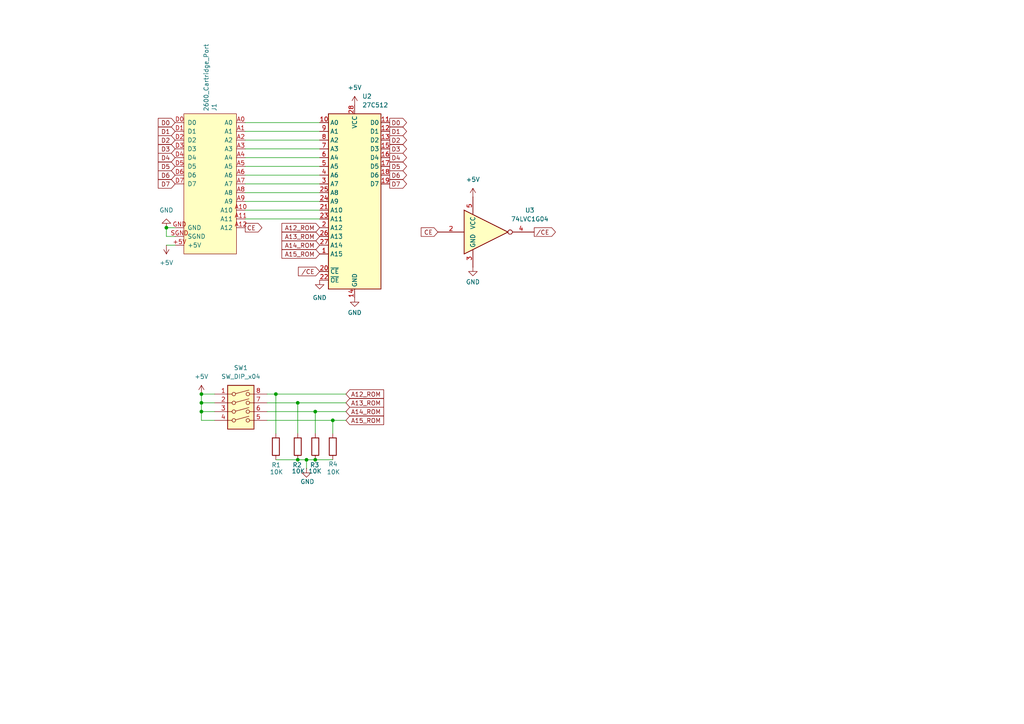
<source format=kicad_sch>
(kicad_sch
	(version 20231120)
	(generator "eeschema")
	(generator_version "8.0")
	(uuid "25f0a605-4494-42bd-9fea-48b062e7d0c8")
	(paper "A4")
	(title_block
		(title "Atari 2600 Muti Game")
		(date "2024-06-19")
		(rev "1.0")
		(company "RCC @ 2024")
	)
	(lib_symbols
		(symbol "74xGxx:74LVC1G04"
			(exclude_from_sim no)
			(in_bom yes)
			(on_board yes)
			(property "Reference" "U"
				(at 0 7.62 0)
				(effects
					(font
						(size 1.27 1.27)
					)
				)
			)
			(property "Value" "74LVC1G04"
				(at 5.08 -7.62 0)
				(effects
					(font
						(size 1.27 1.27)
					)
				)
			)
			(property "Footprint" ""
				(at 0 0 0)
				(effects
					(font
						(size 1.27 1.27)
					)
					(hide yes)
				)
			)
			(property "Datasheet" "https://www.ti.com/lit/ds/symlink/sn74lvc1g04.pdf"
				(at 0 0 0)
				(effects
					(font
						(size 1.27 1.27)
					)
					(hide yes)
				)
			)
			(property "Description" "Single NOT Gate, Low-Voltage CMOS"
				(at 0 0 0)
				(effects
					(font
						(size 1.27 1.27)
					)
					(hide yes)
				)
			)
			(property "ki_keywords" "Single Gate NOT LVC CMOS"
				(at 0 0 0)
				(effects
					(font
						(size 1.27 1.27)
					)
					(hide yes)
				)
			)
			(property "ki_fp_filters" "SOT?23* Texas?R-PDSO-G5?DCK* Texas?R-PDSO-N5?DRL* Texas?X2SON*0.8x0.8mm*P0.48mm*"
				(at 0 0 0)
				(effects
					(font
						(size 1.27 1.27)
					)
					(hide yes)
				)
			)
			(symbol "74LVC1G04_0_1"
				(polyline
					(pts
						(xy -7.62 6.35) (xy -7.62 -6.35) (xy 5.08 0) (xy -7.62 6.35)
					)
					(stroke
						(width 0.254)
						(type default)
					)
					(fill
						(type background)
					)
				)
			)
			(symbol "74LVC1G04_1_1"
				(pin input line
					(at -15.24 0 0)
					(length 7.62)
					(name "~"
						(effects
							(font
								(size 1.27 1.27)
							)
						)
					)
					(number "2"
						(effects
							(font
								(size 1.27 1.27)
							)
						)
					)
				)
				(pin power_in line
					(at -5.08 -10.16 90)
					(length 5.08)
					(name "GND"
						(effects
							(font
								(size 1.27 1.27)
							)
						)
					)
					(number "3"
						(effects
							(font
								(size 1.27 1.27)
							)
						)
					)
				)
				(pin output inverted
					(at 12.7 0 180)
					(length 7.62)
					(name "~"
						(effects
							(font
								(size 1.27 1.27)
							)
						)
					)
					(number "4"
						(effects
							(font
								(size 1.27 1.27)
							)
						)
					)
				)
				(pin power_in line
					(at -5.08 10.16 270)
					(length 5.08)
					(name "VCC"
						(effects
							(font
								(size 1.27 1.27)
							)
						)
					)
					(number "5"
						(effects
							(font
								(size 1.27 1.27)
							)
						)
					)
				)
			)
		)
		(symbol "Device:R"
			(pin_numbers hide)
			(pin_names
				(offset 0)
			)
			(exclude_from_sim no)
			(in_bom yes)
			(on_board yes)
			(property "Reference" "R"
				(at 2.032 0 90)
				(effects
					(font
						(size 1.27 1.27)
					)
				)
			)
			(property "Value" "R"
				(at 0 0 90)
				(effects
					(font
						(size 1.27 1.27)
					)
				)
			)
			(property "Footprint" ""
				(at -1.778 0 90)
				(effects
					(font
						(size 1.27 1.27)
					)
					(hide yes)
				)
			)
			(property "Datasheet" "~"
				(at 0 0 0)
				(effects
					(font
						(size 1.27 1.27)
					)
					(hide yes)
				)
			)
			(property "Description" "Resistor"
				(at 0 0 0)
				(effects
					(font
						(size 1.27 1.27)
					)
					(hide yes)
				)
			)
			(property "ki_keywords" "R res resistor"
				(at 0 0 0)
				(effects
					(font
						(size 1.27 1.27)
					)
					(hide yes)
				)
			)
			(property "ki_fp_filters" "R_*"
				(at 0 0 0)
				(effects
					(font
						(size 1.27 1.27)
					)
					(hide yes)
				)
			)
			(symbol "R_0_1"
				(rectangle
					(start -1.016 -2.54)
					(end 1.016 2.54)
					(stroke
						(width 0.254)
						(type default)
					)
					(fill
						(type none)
					)
				)
			)
			(symbol "R_1_1"
				(pin passive line
					(at 0 3.81 270)
					(length 1.27)
					(name "~"
						(effects
							(font
								(size 1.27 1.27)
							)
						)
					)
					(number "1"
						(effects
							(font
								(size 1.27 1.27)
							)
						)
					)
				)
				(pin passive line
					(at 0 -3.81 90)
					(length 1.27)
					(name "~"
						(effects
							(font
								(size 1.27 1.27)
							)
						)
					)
					(number "2"
						(effects
							(font
								(size 1.27 1.27)
							)
						)
					)
				)
			)
		)
		(symbol "Memory_EPROM:27C512"
			(exclude_from_sim no)
			(in_bom yes)
			(on_board yes)
			(property "Reference" "U"
				(at -7.62 26.67 0)
				(effects
					(font
						(size 1.27 1.27)
					)
				)
			)
			(property "Value" "27C512"
				(at 2.54 -26.67 0)
				(effects
					(font
						(size 1.27 1.27)
					)
					(justify left)
				)
			)
			(property "Footprint" "Package_DIP:DIP-28_W15.24mm"
				(at 0 0 0)
				(effects
					(font
						(size 1.27 1.27)
					)
					(hide yes)
				)
			)
			(property "Datasheet" "http://ww1.microchip.com/downloads/en/DeviceDoc/doc0015.pdf"
				(at 0 0 0)
				(effects
					(font
						(size 1.27 1.27)
					)
					(hide yes)
				)
			)
			(property "Description" "OTP EPROM 512 KiBit"
				(at 0 0 0)
				(effects
					(font
						(size 1.27 1.27)
					)
					(hide yes)
				)
			)
			(property "ki_keywords" "OTP EPROM 512KiBit"
				(at 0 0 0)
				(effects
					(font
						(size 1.27 1.27)
					)
					(hide yes)
				)
			)
			(property "ki_fp_filters" "DIP*W15.24mm*"
				(at 0 0 0)
				(effects
					(font
						(size 1.27 1.27)
					)
					(hide yes)
				)
			)
			(symbol "27C512_1_1"
				(rectangle
					(start -7.62 25.4)
					(end 7.62 -25.4)
					(stroke
						(width 0.254)
						(type default)
					)
					(fill
						(type background)
					)
				)
				(pin input line
					(at -10.16 -15.24 0)
					(length 2.54)
					(name "A15"
						(effects
							(font
								(size 1.27 1.27)
							)
						)
					)
					(number "1"
						(effects
							(font
								(size 1.27 1.27)
							)
						)
					)
				)
				(pin input line
					(at -10.16 22.86 0)
					(length 2.54)
					(name "A0"
						(effects
							(font
								(size 1.27 1.27)
							)
						)
					)
					(number "10"
						(effects
							(font
								(size 1.27 1.27)
							)
						)
					)
				)
				(pin tri_state line
					(at 10.16 22.86 180)
					(length 2.54)
					(name "D0"
						(effects
							(font
								(size 1.27 1.27)
							)
						)
					)
					(number "11"
						(effects
							(font
								(size 1.27 1.27)
							)
						)
					)
				)
				(pin tri_state line
					(at 10.16 20.32 180)
					(length 2.54)
					(name "D1"
						(effects
							(font
								(size 1.27 1.27)
							)
						)
					)
					(number "12"
						(effects
							(font
								(size 1.27 1.27)
							)
						)
					)
				)
				(pin tri_state line
					(at 10.16 17.78 180)
					(length 2.54)
					(name "D2"
						(effects
							(font
								(size 1.27 1.27)
							)
						)
					)
					(number "13"
						(effects
							(font
								(size 1.27 1.27)
							)
						)
					)
				)
				(pin power_in line
					(at 0 -27.94 90)
					(length 2.54)
					(name "GND"
						(effects
							(font
								(size 1.27 1.27)
							)
						)
					)
					(number "14"
						(effects
							(font
								(size 1.27 1.27)
							)
						)
					)
				)
				(pin tri_state line
					(at 10.16 15.24 180)
					(length 2.54)
					(name "D3"
						(effects
							(font
								(size 1.27 1.27)
							)
						)
					)
					(number "15"
						(effects
							(font
								(size 1.27 1.27)
							)
						)
					)
				)
				(pin tri_state line
					(at 10.16 12.7 180)
					(length 2.54)
					(name "D4"
						(effects
							(font
								(size 1.27 1.27)
							)
						)
					)
					(number "16"
						(effects
							(font
								(size 1.27 1.27)
							)
						)
					)
				)
				(pin tri_state line
					(at 10.16 10.16 180)
					(length 2.54)
					(name "D5"
						(effects
							(font
								(size 1.27 1.27)
							)
						)
					)
					(number "17"
						(effects
							(font
								(size 1.27 1.27)
							)
						)
					)
				)
				(pin tri_state line
					(at 10.16 7.62 180)
					(length 2.54)
					(name "D6"
						(effects
							(font
								(size 1.27 1.27)
							)
						)
					)
					(number "18"
						(effects
							(font
								(size 1.27 1.27)
							)
						)
					)
				)
				(pin tri_state line
					(at 10.16 5.08 180)
					(length 2.54)
					(name "D7"
						(effects
							(font
								(size 1.27 1.27)
							)
						)
					)
					(number "19"
						(effects
							(font
								(size 1.27 1.27)
							)
						)
					)
				)
				(pin input line
					(at -10.16 -7.62 0)
					(length 2.54)
					(name "A12"
						(effects
							(font
								(size 1.27 1.27)
							)
						)
					)
					(number "2"
						(effects
							(font
								(size 1.27 1.27)
							)
						)
					)
				)
				(pin input line
					(at -10.16 -20.32 0)
					(length 2.54)
					(name "~{CE}"
						(effects
							(font
								(size 1.27 1.27)
							)
						)
					)
					(number "20"
						(effects
							(font
								(size 1.27 1.27)
							)
						)
					)
				)
				(pin input line
					(at -10.16 -2.54 0)
					(length 2.54)
					(name "A10"
						(effects
							(font
								(size 1.27 1.27)
							)
						)
					)
					(number "21"
						(effects
							(font
								(size 1.27 1.27)
							)
						)
					)
				)
				(pin input line
					(at -10.16 -22.86 0)
					(length 2.54)
					(name "~{OE}"
						(effects
							(font
								(size 1.27 1.27)
							)
						)
					)
					(number "22"
						(effects
							(font
								(size 1.27 1.27)
							)
						)
					)
				)
				(pin input line
					(at -10.16 -5.08 0)
					(length 2.54)
					(name "A11"
						(effects
							(font
								(size 1.27 1.27)
							)
						)
					)
					(number "23"
						(effects
							(font
								(size 1.27 1.27)
							)
						)
					)
				)
				(pin input line
					(at -10.16 0 0)
					(length 2.54)
					(name "A9"
						(effects
							(font
								(size 1.27 1.27)
							)
						)
					)
					(number "24"
						(effects
							(font
								(size 1.27 1.27)
							)
						)
					)
				)
				(pin input line
					(at -10.16 2.54 0)
					(length 2.54)
					(name "A8"
						(effects
							(font
								(size 1.27 1.27)
							)
						)
					)
					(number "25"
						(effects
							(font
								(size 1.27 1.27)
							)
						)
					)
				)
				(pin input line
					(at -10.16 -10.16 0)
					(length 2.54)
					(name "A13"
						(effects
							(font
								(size 1.27 1.27)
							)
						)
					)
					(number "26"
						(effects
							(font
								(size 1.27 1.27)
							)
						)
					)
				)
				(pin input line
					(at -10.16 -12.7 0)
					(length 2.54)
					(name "A14"
						(effects
							(font
								(size 1.27 1.27)
							)
						)
					)
					(number "27"
						(effects
							(font
								(size 1.27 1.27)
							)
						)
					)
				)
				(pin power_in line
					(at 0 27.94 270)
					(length 2.54)
					(name "VCC"
						(effects
							(font
								(size 1.27 1.27)
							)
						)
					)
					(number "28"
						(effects
							(font
								(size 1.27 1.27)
							)
						)
					)
				)
				(pin input line
					(at -10.16 5.08 0)
					(length 2.54)
					(name "A7"
						(effects
							(font
								(size 1.27 1.27)
							)
						)
					)
					(number "3"
						(effects
							(font
								(size 1.27 1.27)
							)
						)
					)
				)
				(pin input line
					(at -10.16 7.62 0)
					(length 2.54)
					(name "A6"
						(effects
							(font
								(size 1.27 1.27)
							)
						)
					)
					(number "4"
						(effects
							(font
								(size 1.27 1.27)
							)
						)
					)
				)
				(pin input line
					(at -10.16 10.16 0)
					(length 2.54)
					(name "A5"
						(effects
							(font
								(size 1.27 1.27)
							)
						)
					)
					(number "5"
						(effects
							(font
								(size 1.27 1.27)
							)
						)
					)
				)
				(pin input line
					(at -10.16 12.7 0)
					(length 2.54)
					(name "A4"
						(effects
							(font
								(size 1.27 1.27)
							)
						)
					)
					(number "6"
						(effects
							(font
								(size 1.27 1.27)
							)
						)
					)
				)
				(pin input line
					(at -10.16 15.24 0)
					(length 2.54)
					(name "A3"
						(effects
							(font
								(size 1.27 1.27)
							)
						)
					)
					(number "7"
						(effects
							(font
								(size 1.27 1.27)
							)
						)
					)
				)
				(pin input line
					(at -10.16 17.78 0)
					(length 2.54)
					(name "A2"
						(effects
							(font
								(size 1.27 1.27)
							)
						)
					)
					(number "8"
						(effects
							(font
								(size 1.27 1.27)
							)
						)
					)
				)
				(pin input line
					(at -10.16 20.32 0)
					(length 2.54)
					(name "A1"
						(effects
							(font
								(size 1.27 1.27)
							)
						)
					)
					(number "9"
						(effects
							(font
								(size 1.27 1.27)
							)
						)
					)
				)
			)
		)
		(symbol "Switch:SW_DIP_x04"
			(pin_names
				(offset 0) hide)
			(exclude_from_sim no)
			(in_bom yes)
			(on_board yes)
			(property "Reference" "SW"
				(at 0 8.89 0)
				(effects
					(font
						(size 1.27 1.27)
					)
				)
			)
			(property "Value" "SW_DIP_x04"
				(at 0 -6.35 0)
				(effects
					(font
						(size 1.27 1.27)
					)
				)
			)
			(property "Footprint" ""
				(at 0 0 0)
				(effects
					(font
						(size 1.27 1.27)
					)
					(hide yes)
				)
			)
			(property "Datasheet" "~"
				(at 0 0 0)
				(effects
					(font
						(size 1.27 1.27)
					)
					(hide yes)
				)
			)
			(property "Description" "4x DIP Switch, Single Pole Single Throw (SPST) switch, small symbol"
				(at 0 0 0)
				(effects
					(font
						(size 1.27 1.27)
					)
					(hide yes)
				)
			)
			(property "ki_keywords" "dip switch"
				(at 0 0 0)
				(effects
					(font
						(size 1.27 1.27)
					)
					(hide yes)
				)
			)
			(property "ki_fp_filters" "SW?DIP?x4*"
				(at 0 0 0)
				(effects
					(font
						(size 1.27 1.27)
					)
					(hide yes)
				)
			)
			(symbol "SW_DIP_x04_0_0"
				(circle
					(center -2.032 -2.54)
					(radius 0.508)
					(stroke
						(width 0)
						(type default)
					)
					(fill
						(type none)
					)
				)
				(circle
					(center -2.032 0)
					(radius 0.508)
					(stroke
						(width 0)
						(type default)
					)
					(fill
						(type none)
					)
				)
				(circle
					(center -2.032 2.54)
					(radius 0.508)
					(stroke
						(width 0)
						(type default)
					)
					(fill
						(type none)
					)
				)
				(circle
					(center -2.032 5.08)
					(radius 0.508)
					(stroke
						(width 0)
						(type default)
					)
					(fill
						(type none)
					)
				)
				(polyline
					(pts
						(xy -1.524 -2.3876) (xy 2.3622 -1.3462)
					)
					(stroke
						(width 0)
						(type default)
					)
					(fill
						(type none)
					)
				)
				(polyline
					(pts
						(xy -1.524 0.127) (xy 2.3622 1.1684)
					)
					(stroke
						(width 0)
						(type default)
					)
					(fill
						(type none)
					)
				)
				(polyline
					(pts
						(xy -1.524 2.667) (xy 2.3622 3.7084)
					)
					(stroke
						(width 0)
						(type default)
					)
					(fill
						(type none)
					)
				)
				(polyline
					(pts
						(xy -1.524 5.207) (xy 2.3622 6.2484)
					)
					(stroke
						(width 0)
						(type default)
					)
					(fill
						(type none)
					)
				)
				(circle
					(center 2.032 -2.54)
					(radius 0.508)
					(stroke
						(width 0)
						(type default)
					)
					(fill
						(type none)
					)
				)
				(circle
					(center 2.032 0)
					(radius 0.508)
					(stroke
						(width 0)
						(type default)
					)
					(fill
						(type none)
					)
				)
				(circle
					(center 2.032 2.54)
					(radius 0.508)
					(stroke
						(width 0)
						(type default)
					)
					(fill
						(type none)
					)
				)
				(circle
					(center 2.032 5.08)
					(radius 0.508)
					(stroke
						(width 0)
						(type default)
					)
					(fill
						(type none)
					)
				)
			)
			(symbol "SW_DIP_x04_0_1"
				(rectangle
					(start -3.81 7.62)
					(end 3.81 -5.08)
					(stroke
						(width 0.254)
						(type default)
					)
					(fill
						(type background)
					)
				)
			)
			(symbol "SW_DIP_x04_1_1"
				(pin passive line
					(at -7.62 5.08 0)
					(length 5.08)
					(name "~"
						(effects
							(font
								(size 1.27 1.27)
							)
						)
					)
					(number "1"
						(effects
							(font
								(size 1.27 1.27)
							)
						)
					)
				)
				(pin passive line
					(at -7.62 2.54 0)
					(length 5.08)
					(name "~"
						(effects
							(font
								(size 1.27 1.27)
							)
						)
					)
					(number "2"
						(effects
							(font
								(size 1.27 1.27)
							)
						)
					)
				)
				(pin passive line
					(at -7.62 0 0)
					(length 5.08)
					(name "~"
						(effects
							(font
								(size 1.27 1.27)
							)
						)
					)
					(number "3"
						(effects
							(font
								(size 1.27 1.27)
							)
						)
					)
				)
				(pin passive line
					(at -7.62 -2.54 0)
					(length 5.08)
					(name "~"
						(effects
							(font
								(size 1.27 1.27)
							)
						)
					)
					(number "4"
						(effects
							(font
								(size 1.27 1.27)
							)
						)
					)
				)
				(pin passive line
					(at 7.62 -2.54 180)
					(length 5.08)
					(name "~"
						(effects
							(font
								(size 1.27 1.27)
							)
						)
					)
					(number "5"
						(effects
							(font
								(size 1.27 1.27)
							)
						)
					)
				)
				(pin passive line
					(at 7.62 0 180)
					(length 5.08)
					(name "~"
						(effects
							(font
								(size 1.27 1.27)
							)
						)
					)
					(number "6"
						(effects
							(font
								(size 1.27 1.27)
							)
						)
					)
				)
				(pin passive line
					(at 7.62 2.54 180)
					(length 5.08)
					(name "~"
						(effects
							(font
								(size 1.27 1.27)
							)
						)
					)
					(number "7"
						(effects
							(font
								(size 1.27 1.27)
							)
						)
					)
				)
				(pin passive line
					(at 7.62 5.08 180)
					(length 5.08)
					(name "~"
						(effects
							(font
								(size 1.27 1.27)
							)
						)
					)
					(number "8"
						(effects
							(font
								(size 1.27 1.27)
							)
						)
					)
				)
			)
		)
		(symbol "a2k6-cart-rescue:2600_Cartridge_Port-Atari"
			(pin_names
				(offset 1.016)
			)
			(exclude_from_sim no)
			(in_bom yes)
			(on_board yes)
			(property "Reference" "J"
				(at 21.59 2.54 0)
				(effects
					(font
						(size 1.27 1.27)
					)
				)
			)
			(property "Value" "Atari_2600_Cartridge_Port"
				(at 30.48 0 0)
				(effects
					(font
						(size 1.27 1.27)
					)
				)
			)
			(property "Footprint" ""
				(at -5.08 -1.27 0)
				(effects
					(font
						(size 1.27 1.27)
					)
					(hide yes)
				)
			)
			(property "Datasheet" ""
				(at -5.08 -1.27 0)
				(effects
					(font
						(size 1.27 1.27)
					)
					(hide yes)
				)
			)
			(property "Description" ""
				(at 0 0 0)
				(effects
					(font
						(size 1.27 1.27)
					)
					(hide yes)
				)
			)
			(symbol "2600_Cartridge_Port-Atari_0_1"
				(rectangle
					(start -20.32 7.62)
					(end 20.32 -7.62)
					(stroke
						(width 0)
						(type solid)
					)
					(fill
						(type background)
					)
				)
			)
			(symbol "2600_Cartridge_Port-Atari_1_0"
				(pin power_out line
					(at 17.78 10.16 270)
					(length 2.54)
					(name "+5V"
						(effects
							(font
								(size 1.27 1.27)
							)
						)
					)
					(number "+5V"
						(effects
							(font
								(size 1.27 1.27)
							)
						)
					)
				)
			)
			(symbol "2600_Cartridge_Port-Atari_1_1"
				(pin output line
					(at -17.78 -10.16 90)
					(length 2.54)
					(name "A0"
						(effects
							(font
								(size 1.27 1.27)
							)
						)
					)
					(number "A0"
						(effects
							(font
								(size 1.27 1.27)
							)
						)
					)
				)
				(pin output line
					(at -15.24 -10.16 90)
					(length 2.54)
					(name "A1"
						(effects
							(font
								(size 1.27 1.27)
							)
						)
					)
					(number "A1"
						(effects
							(font
								(size 1.27 1.27)
							)
						)
					)
				)
				(pin output line
					(at 7.62 -10.16 90)
					(length 2.54)
					(name "A10"
						(effects
							(font
								(size 1.27 1.27)
							)
						)
					)
					(number "A10"
						(effects
							(font
								(size 1.27 1.27)
							)
						)
					)
				)
				(pin output line
					(at 10.16 -10.16 90)
					(length 2.54)
					(name "A11"
						(effects
							(font
								(size 1.27 1.27)
							)
						)
					)
					(number "A11"
						(effects
							(font
								(size 1.27 1.27)
							)
						)
					)
				)
				(pin output line
					(at 12.7 -10.16 90)
					(length 2.54)
					(name "A12"
						(effects
							(font
								(size 1.27 1.27)
							)
						)
					)
					(number "A12"
						(effects
							(font
								(size 1.27 1.27)
							)
						)
					)
				)
				(pin output line
					(at -12.7 -10.16 90)
					(length 2.54)
					(name "A2"
						(effects
							(font
								(size 1.27 1.27)
							)
						)
					)
					(number "A2"
						(effects
							(font
								(size 1.27 1.27)
							)
						)
					)
				)
				(pin output line
					(at -10.16 -10.16 90)
					(length 2.54)
					(name "A3"
						(effects
							(font
								(size 1.27 1.27)
							)
						)
					)
					(number "A3"
						(effects
							(font
								(size 1.27 1.27)
							)
						)
					)
				)
				(pin output line
					(at -7.62 -10.16 90)
					(length 2.54)
					(name "A4"
						(effects
							(font
								(size 1.27 1.27)
							)
						)
					)
					(number "A4"
						(effects
							(font
								(size 1.27 1.27)
							)
						)
					)
				)
				(pin output line
					(at -5.08 -10.16 90)
					(length 2.54)
					(name "A5"
						(effects
							(font
								(size 1.27 1.27)
							)
						)
					)
					(number "A5"
						(effects
							(font
								(size 1.27 1.27)
							)
						)
					)
				)
				(pin output line
					(at -2.54 -10.16 90)
					(length 2.54)
					(name "A6"
						(effects
							(font
								(size 1.27 1.27)
							)
						)
					)
					(number "A6"
						(effects
							(font
								(size 1.27 1.27)
							)
						)
					)
				)
				(pin output line
					(at 0 -10.16 90)
					(length 2.54)
					(name "A7"
						(effects
							(font
								(size 1.27 1.27)
							)
						)
					)
					(number "A7"
						(effects
							(font
								(size 1.27 1.27)
							)
						)
					)
				)
				(pin output line
					(at 2.54 -10.16 90)
					(length 2.54)
					(name "A8"
						(effects
							(font
								(size 1.27 1.27)
							)
						)
					)
					(number "A8"
						(effects
							(font
								(size 1.27 1.27)
							)
						)
					)
				)
				(pin output line
					(at 5.08 -10.16 90)
					(length 2.54)
					(name "A9"
						(effects
							(font
								(size 1.27 1.27)
							)
						)
					)
					(number "A9"
						(effects
							(font
								(size 1.27 1.27)
							)
						)
					)
				)
				(pin input line
					(at -17.78 10.16 270)
					(length 2.54)
					(name "D0"
						(effects
							(font
								(size 1.27 1.27)
							)
						)
					)
					(number "D0"
						(effects
							(font
								(size 1.27 1.27)
							)
						)
					)
				)
				(pin input line
					(at -15.24 10.16 270)
					(length 2.54)
					(name "D1"
						(effects
							(font
								(size 1.27 1.27)
							)
						)
					)
					(number "D1"
						(effects
							(font
								(size 1.27 1.27)
							)
						)
					)
				)
				(pin input line
					(at -12.7 10.16 270)
					(length 2.54)
					(name "D2"
						(effects
							(font
								(size 1.27 1.27)
							)
						)
					)
					(number "D2"
						(effects
							(font
								(size 1.27 1.27)
							)
						)
					)
				)
				(pin input line
					(at -10.16 10.16 270)
					(length 2.54)
					(name "D3"
						(effects
							(font
								(size 1.27 1.27)
							)
						)
					)
					(number "D3"
						(effects
							(font
								(size 1.27 1.27)
							)
						)
					)
				)
				(pin input line
					(at -7.62 10.16 270)
					(length 2.54)
					(name "D4"
						(effects
							(font
								(size 1.27 1.27)
							)
						)
					)
					(number "D4"
						(effects
							(font
								(size 1.27 1.27)
							)
						)
					)
				)
				(pin input line
					(at -5.08 10.16 270)
					(length 2.54)
					(name "D5"
						(effects
							(font
								(size 1.27 1.27)
							)
						)
					)
					(number "D5"
						(effects
							(font
								(size 1.27 1.27)
							)
						)
					)
				)
				(pin input line
					(at -2.54 10.16 270)
					(length 2.54)
					(name "D6"
						(effects
							(font
								(size 1.27 1.27)
							)
						)
					)
					(number "D6"
						(effects
							(font
								(size 1.27 1.27)
							)
						)
					)
				)
				(pin input line
					(at 0 10.16 270)
					(length 2.54)
					(name "D7"
						(effects
							(font
								(size 1.27 1.27)
							)
						)
					)
					(number "D7"
						(effects
							(font
								(size 1.27 1.27)
							)
						)
					)
				)
				(pin power_in line
					(at 12.7 10.16 270)
					(length 2.54)
					(name "GND"
						(effects
							(font
								(size 1.27 1.27)
							)
						)
					)
					(number "GND"
						(effects
							(font
								(size 1.27 1.27)
							)
						)
					)
				)
				(pin power_in line
					(at 15.24 10.16 270)
					(length 2.54)
					(name "SGND"
						(effects
							(font
								(size 1.27 1.27)
							)
						)
					)
					(number "SGND"
						(effects
							(font
								(size 1.27 1.27)
							)
						)
					)
				)
			)
		)
		(symbol "power:+5V"
			(power)
			(pin_numbers hide)
			(pin_names
				(offset 0) hide)
			(exclude_from_sim no)
			(in_bom yes)
			(on_board yes)
			(property "Reference" "#PWR"
				(at 0 -3.81 0)
				(effects
					(font
						(size 1.27 1.27)
					)
					(hide yes)
				)
			)
			(property "Value" "+5V"
				(at 0 3.556 0)
				(effects
					(font
						(size 1.27 1.27)
					)
				)
			)
			(property "Footprint" ""
				(at 0 0 0)
				(effects
					(font
						(size 1.27 1.27)
					)
					(hide yes)
				)
			)
			(property "Datasheet" ""
				(at 0 0 0)
				(effects
					(font
						(size 1.27 1.27)
					)
					(hide yes)
				)
			)
			(property "Description" "Power symbol creates a global label with name \"+5V\""
				(at 0 0 0)
				(effects
					(font
						(size 1.27 1.27)
					)
					(hide yes)
				)
			)
			(property "ki_keywords" "global power"
				(at 0 0 0)
				(effects
					(font
						(size 1.27 1.27)
					)
					(hide yes)
				)
			)
			(symbol "+5V_0_1"
				(polyline
					(pts
						(xy -0.762 1.27) (xy 0 2.54)
					)
					(stroke
						(width 0)
						(type default)
					)
					(fill
						(type none)
					)
				)
				(polyline
					(pts
						(xy 0 0) (xy 0 2.54)
					)
					(stroke
						(width 0)
						(type default)
					)
					(fill
						(type none)
					)
				)
				(polyline
					(pts
						(xy 0 2.54) (xy 0.762 1.27)
					)
					(stroke
						(width 0)
						(type default)
					)
					(fill
						(type none)
					)
				)
			)
			(symbol "+5V_1_1"
				(pin power_in line
					(at 0 0 90)
					(length 0)
					(name "~"
						(effects
							(font
								(size 1.27 1.27)
							)
						)
					)
					(number "1"
						(effects
							(font
								(size 1.27 1.27)
							)
						)
					)
				)
			)
		)
		(symbol "power:GND"
			(power)
			(pin_numbers hide)
			(pin_names
				(offset 0) hide)
			(exclude_from_sim no)
			(in_bom yes)
			(on_board yes)
			(property "Reference" "#PWR"
				(at 0 -6.35 0)
				(effects
					(font
						(size 1.27 1.27)
					)
					(hide yes)
				)
			)
			(property "Value" "GND"
				(at 0 -3.81 0)
				(effects
					(font
						(size 1.27 1.27)
					)
				)
			)
			(property "Footprint" ""
				(at 0 0 0)
				(effects
					(font
						(size 1.27 1.27)
					)
					(hide yes)
				)
			)
			(property "Datasheet" ""
				(at 0 0 0)
				(effects
					(font
						(size 1.27 1.27)
					)
					(hide yes)
				)
			)
			(property "Description" "Power symbol creates a global label with name \"GND\" , ground"
				(at 0 0 0)
				(effects
					(font
						(size 1.27 1.27)
					)
					(hide yes)
				)
			)
			(property "ki_keywords" "global power"
				(at 0 0 0)
				(effects
					(font
						(size 1.27 1.27)
					)
					(hide yes)
				)
			)
			(symbol "GND_0_1"
				(polyline
					(pts
						(xy 0 0) (xy 0 -1.27) (xy 1.27 -1.27) (xy 0 -2.54) (xy -1.27 -1.27) (xy 0 -1.27)
					)
					(stroke
						(width 0)
						(type default)
					)
					(fill
						(type none)
					)
				)
			)
			(symbol "GND_1_1"
				(pin power_in line
					(at 0 0 270)
					(length 0)
					(name "~"
						(effects
							(font
								(size 1.27 1.27)
							)
						)
					)
					(number "1"
						(effects
							(font
								(size 1.27 1.27)
							)
						)
					)
				)
			)
		)
	)
	(junction
		(at 48.26 66.04)
		(diameter 0)
		(color 0 0 0 0)
		(uuid "005e3eaa-428f-4b64-a655-6b981b17e78b")
	)
	(junction
		(at 58.42 119.38)
		(diameter 0)
		(color 0 0 0 0)
		(uuid "0e6616d5-154d-4aa6-83a4-f339c09dca3a")
	)
	(junction
		(at 80.01 114.3)
		(diameter 0)
		(color 0 0 0 0)
		(uuid "1be4173e-d44f-4c01-b09b-f93869bb6018")
	)
	(junction
		(at 58.42 114.3)
		(diameter 0)
		(color 0 0 0 0)
		(uuid "5c20d455-8719-48ed-9c15-4600a874ea34")
	)
	(junction
		(at 88.9 133.35)
		(diameter 0)
		(color 0 0 0 0)
		(uuid "aead2ed8-395a-47c3-8418-03dda07ac75c")
	)
	(junction
		(at 58.42 116.84)
		(diameter 0)
		(color 0 0 0 0)
		(uuid "afb12133-6414-4b65-8be5-3b9be6f3986f")
	)
	(junction
		(at 91.44 119.38)
		(diameter 0)
		(color 0 0 0 0)
		(uuid "b216131a-f1f7-48f6-ab68-99e5b96ed597")
	)
	(junction
		(at 86.36 133.35)
		(diameter 0)
		(color 0 0 0 0)
		(uuid "bc4d1bce-e701-47ce-8399-b9171d5bd3a6")
	)
	(junction
		(at 96.52 121.92)
		(diameter 0)
		(color 0 0 0 0)
		(uuid "bd235c46-1901-40cf-8c70-17dbb60a7331")
	)
	(junction
		(at 86.36 116.84)
		(diameter 0)
		(color 0 0 0 0)
		(uuid "d1d3a500-d235-49df-9936-e406899896f8")
	)
	(junction
		(at 91.44 133.35)
		(diameter 0)
		(color 0 0 0 0)
		(uuid "e7229c5d-e949-468f-97af-1e8331b3500d")
	)
	(no_connect
		(at 34.29 427.99)
		(uuid "2aa322d5-4009-494c-bb51-f62ba9b5ccf5")
	)
	(wire
		(pts
			(xy 91.44 133.35) (xy 96.52 133.35)
		)
		(stroke
			(width 0)
			(type default)
		)
		(uuid "026c56d1-8165-4f6a-ae5c-6b478b8bb77a")
	)
	(wire
		(pts
			(xy 58.42 114.3) (xy 62.23 114.3)
		)
		(stroke
			(width 0)
			(type default)
		)
		(uuid "0b64b11a-0c41-47b2-9bba-94a5a82def25")
	)
	(wire
		(pts
			(xy 71.12 35.56) (xy 92.71 35.56)
		)
		(stroke
			(width 0)
			(type default)
		)
		(uuid "1bb2bd0f-caf5-4ecb-bdc3-24f400d098b4")
	)
	(wire
		(pts
			(xy 86.36 116.84) (xy 86.36 125.73)
		)
		(stroke
			(width 0)
			(type default)
		)
		(uuid "1d365cc7-e64d-482f-9e88-4a1ed712b484")
	)
	(wire
		(pts
			(xy 86.36 116.84) (xy 100.33 116.84)
		)
		(stroke
			(width 0)
			(type default)
		)
		(uuid "1da7af62-3022-486e-823a-74539ccc5eb1")
	)
	(wire
		(pts
			(xy 80.01 133.35) (xy 86.36 133.35)
		)
		(stroke
			(width 0)
			(type default)
		)
		(uuid "2587fbec-73b0-465c-a460-4e4de01b62c2")
	)
	(wire
		(pts
			(xy 58.42 116.84) (xy 58.42 114.3)
		)
		(stroke
			(width 0)
			(type default)
		)
		(uuid "2cc1300f-9b08-4d73-a630-cfb36a80b38d")
	)
	(wire
		(pts
			(xy 48.26 66.04) (xy 50.8 66.04)
		)
		(stroke
			(width 0)
			(type default)
		)
		(uuid "30901f70-8827-43db-8eea-ad77cd4e4d08")
	)
	(wire
		(pts
			(xy 86.36 133.35) (xy 88.9 133.35)
		)
		(stroke
			(width 0)
			(type default)
		)
		(uuid "38ef25a0-e4b0-4dac-9c3e-4e54edc8897e")
	)
	(wire
		(pts
			(xy 71.12 63.5) (xy 92.71 63.5)
		)
		(stroke
			(width 0)
			(type default)
		)
		(uuid "39f278a4-afc9-4ff4-aabd-2f2821c5bba8")
	)
	(wire
		(pts
			(xy 48.26 71.12) (xy 50.8 71.12)
		)
		(stroke
			(width 0)
			(type default)
		)
		(uuid "414568b6-8ae6-4a27-9443-cbffee00eba5")
	)
	(wire
		(pts
			(xy 71.12 53.34) (xy 92.71 53.34)
		)
		(stroke
			(width 0)
			(type default)
		)
		(uuid "45a5cd47-08ac-4fc4-bcab-7c3f859e75b0")
	)
	(wire
		(pts
			(xy 71.12 43.18) (xy 92.71 43.18)
		)
		(stroke
			(width 0)
			(type default)
		)
		(uuid "45f1cf01-60f2-4fc2-accb-68f33737a95c")
	)
	(wire
		(pts
			(xy 88.9 133.35) (xy 88.9 135.89)
		)
		(stroke
			(width 0)
			(type default)
		)
		(uuid "49f251bd-8c22-4ab2-9e09-bbbe731365e5")
	)
	(wire
		(pts
			(xy 71.12 48.26) (xy 92.71 48.26)
		)
		(stroke
			(width 0)
			(type default)
		)
		(uuid "536b2c03-285b-4799-9175-2cc41720fee6")
	)
	(wire
		(pts
			(xy 91.44 119.38) (xy 91.44 125.73)
		)
		(stroke
			(width 0)
			(type default)
		)
		(uuid "56c5f3e3-474a-4e1f-9b35-98ce93dc898f")
	)
	(wire
		(pts
			(xy 50.8 68.58) (xy 48.26 68.58)
		)
		(stroke
			(width 0)
			(type default)
		)
		(uuid "64537773-d45b-4d21-b995-3d800c7d6180")
	)
	(wire
		(pts
			(xy 48.26 68.58) (xy 48.26 66.04)
		)
		(stroke
			(width 0)
			(type default)
		)
		(uuid "64988626-a254-456a-b8aa-354379b99a5d")
	)
	(wire
		(pts
			(xy 77.47 114.3) (xy 80.01 114.3)
		)
		(stroke
			(width 0)
			(type default)
		)
		(uuid "67111011-a41b-4ffa-8b3e-f3a06b1e7127")
	)
	(wire
		(pts
			(xy 80.01 114.3) (xy 80.01 125.73)
		)
		(stroke
			(width 0)
			(type default)
		)
		(uuid "6e8dae77-0f73-45c4-ad77-00e1cd1958a4")
	)
	(wire
		(pts
			(xy 71.12 45.72) (xy 92.71 45.72)
		)
		(stroke
			(width 0)
			(type default)
		)
		(uuid "821a7352-c5a8-4ea3-b2f0-c313087ea913")
	)
	(wire
		(pts
			(xy 62.23 121.92) (xy 58.42 121.92)
		)
		(stroke
			(width 0)
			(type default)
		)
		(uuid "87a3d7f7-f34a-47f7-9866-48a4f9bbe685")
	)
	(wire
		(pts
			(xy 71.12 55.88) (xy 92.71 55.88)
		)
		(stroke
			(width 0)
			(type default)
		)
		(uuid "87f9d4d1-934d-4ce3-becf-319060ba2602")
	)
	(wire
		(pts
			(xy 96.52 121.92) (xy 100.33 121.92)
		)
		(stroke
			(width 0)
			(type default)
		)
		(uuid "8bff3cc7-076e-48a7-b7ae-3279a4a7909f")
	)
	(wire
		(pts
			(xy 77.47 121.92) (xy 96.52 121.92)
		)
		(stroke
			(width 0)
			(type default)
		)
		(uuid "8f45873a-afd3-4c3b-8649-18c581b1afb0")
	)
	(wire
		(pts
			(xy 71.12 38.1) (xy 92.71 38.1)
		)
		(stroke
			(width 0)
			(type default)
		)
		(uuid "9fa7b51e-8838-403f-957c-2302fe7b1607")
	)
	(wire
		(pts
			(xy 71.12 60.96) (xy 92.71 60.96)
		)
		(stroke
			(width 0)
			(type default)
		)
		(uuid "ae5dcd88-6788-428b-bf3f-50b9e3d631d5")
	)
	(wire
		(pts
			(xy 71.12 58.42) (xy 92.71 58.42)
		)
		(stroke
			(width 0)
			(type default)
		)
		(uuid "b0d016a1-2a9f-4b47-9c46-48d3ba42d7a9")
	)
	(wire
		(pts
			(xy 71.12 50.8) (xy 92.71 50.8)
		)
		(stroke
			(width 0)
			(type default)
		)
		(uuid "bb46758a-bcfe-4d85-83aa-da88c9992f76")
	)
	(wire
		(pts
			(xy 80.01 114.3) (xy 100.33 114.3)
		)
		(stroke
			(width 0)
			(type default)
		)
		(uuid "bed0a562-c553-4126-87b8-42642e704fa6")
	)
	(wire
		(pts
			(xy 91.44 119.38) (xy 100.33 119.38)
		)
		(stroke
			(width 0)
			(type default)
		)
		(uuid "c3ca0373-ce2e-4822-b578-9b7c1eb430e6")
	)
	(wire
		(pts
			(xy 58.42 121.92) (xy 58.42 119.38)
		)
		(stroke
			(width 0)
			(type default)
		)
		(uuid "d0dd1a2e-f8e1-4635-a4bb-7787e245e8bd")
	)
	(wire
		(pts
			(xy 71.12 40.64) (xy 92.71 40.64)
		)
		(stroke
			(width 0)
			(type default)
		)
		(uuid "d13bca34-86c8-4d0e-a606-3966fba8cc6b")
	)
	(wire
		(pts
			(xy 77.47 116.84) (xy 86.36 116.84)
		)
		(stroke
			(width 0)
			(type default)
		)
		(uuid "d1c425d5-14f3-4a65-971e-5ecd63947120")
	)
	(wire
		(pts
			(xy 62.23 116.84) (xy 58.42 116.84)
		)
		(stroke
			(width 0)
			(type default)
		)
		(uuid "e5ff8a37-9df6-4ada-804e-18604d34f305")
	)
	(wire
		(pts
			(xy 62.23 119.38) (xy 58.42 119.38)
		)
		(stroke
			(width 0)
			(type default)
		)
		(uuid "f41f73e8-28dc-4ac0-9d05-ecd25f8e5b28")
	)
	(wire
		(pts
			(xy 58.42 119.38) (xy 58.42 116.84)
		)
		(stroke
			(width 0)
			(type default)
		)
		(uuid "f9ba6fc2-cc2a-40da-9df2-fd0797348658")
	)
	(wire
		(pts
			(xy 77.47 119.38) (xy 91.44 119.38)
		)
		(stroke
			(width 0)
			(type default)
		)
		(uuid "fba85edf-5f70-48e7-8bad-996efe55c8dc")
	)
	(wire
		(pts
			(xy 96.52 121.92) (xy 96.52 125.73)
		)
		(stroke
			(width 0)
			(type default)
		)
		(uuid "ff03ccf5-1e64-46b3-916e-1798e9c3db25")
	)
	(wire
		(pts
			(xy 88.9 133.35) (xy 91.44 133.35)
		)
		(stroke
			(width 0)
			(type default)
		)
		(uuid "ff40f83a-4365-42da-bcdb-5afe01c60ee2")
	)
	(global_label "D3"
		(shape input)
		(at 50.8 43.18 180)
		(fields_autoplaced yes)
		(effects
			(font
				(size 1.27 1.27)
			)
			(justify right)
		)
		(uuid "01bb3493-eff8-4a02-8829-ca352e595ccc")
		(property "Intersheetrefs" "${INTERSHEET_REFS}"
			(at 45.3353 43.18 0)
			(effects
				(font
					(size 1.27 1.27)
				)
				(justify right)
				(hide yes)
			)
		)
	)
	(global_label "{slash}CE"
		(shape output)
		(at 154.94 67.31 0)
		(fields_autoplaced yes)
		(effects
			(font
				(size 1.27 1.27)
			)
			(justify left)
		)
		(uuid "11df8953-77a9-4c98-8fa0-d3f9927fc1e8")
		(property "Intersheetrefs" "${INTERSHEET_REFS}"
			(at 161.6747 67.31 0)
			(effects
				(font
					(size 1.27 1.27)
				)
				(justify left)
				(hide yes)
			)
		)
	)
	(global_label "CE"
		(shape input)
		(at 127 67.31 180)
		(fields_autoplaced yes)
		(effects
			(font
				(size 1.27 1.27)
			)
			(justify right)
		)
		(uuid "1ddbe90e-9681-4fbd-9161-5acabef16229")
		(property "Intersheetrefs" "${INTERSHEET_REFS}"
			(at 121.5958 67.31 0)
			(effects
				(font
					(size 1.27 1.27)
				)
				(justify right)
				(hide yes)
			)
		)
	)
	(global_label "D6"
		(shape input)
		(at 50.8 50.8 180)
		(fields_autoplaced yes)
		(effects
			(font
				(size 1.27 1.27)
			)
			(justify right)
		)
		(uuid "24e0bf6a-7b22-410e-88de-b71d26872f1b")
		(property "Intersheetrefs" "${INTERSHEET_REFS}"
			(at 45.3353 50.8 0)
			(effects
				(font
					(size 1.27 1.27)
				)
				(justify right)
				(hide yes)
			)
		)
	)
	(global_label "D2"
		(shape output)
		(at 113.03 40.64 0)
		(fields_autoplaced yes)
		(effects
			(font
				(size 1.27 1.27)
			)
			(justify left)
		)
		(uuid "280e7096-3af2-47f1-a164-dae8a0a775d3")
		(property "Intersheetrefs" "${INTERSHEET_REFS}"
			(at 118.4947 40.64 0)
			(effects
				(font
					(size 1.27 1.27)
				)
				(justify left)
				(hide yes)
			)
		)
	)
	(global_label "A14_ROM"
		(shape input)
		(at 92.71 71.12 180)
		(fields_autoplaced yes)
		(effects
			(font
				(size 1.27 1.27)
			)
			(justify right)
		)
		(uuid "38a6d1ee-ef21-4162-a761-52b59785e063")
		(property "Intersheetrefs" "${INTERSHEET_REFS}"
			(at 81.1977 71.12 0)
			(effects
				(font
					(size 1.27 1.27)
				)
				(justify right)
				(hide yes)
			)
		)
	)
	(global_label "CE"
		(shape output)
		(at 71.12 66.04 0)
		(fields_autoplaced yes)
		(effects
			(font
				(size 1.27 1.27)
			)
			(justify left)
		)
		(uuid "3c471c13-6b21-4dd7-9242-068beb4f3e7e")
		(property "Intersheetrefs" "${INTERSHEET_REFS}"
			(at 76.5242 66.04 0)
			(effects
				(font
					(size 1.27 1.27)
				)
				(justify left)
				(hide yes)
			)
		)
	)
	(global_label "A15_ROM"
		(shape input)
		(at 92.71 73.66 180)
		(fields_autoplaced yes)
		(effects
			(font
				(size 1.27 1.27)
			)
			(justify right)
		)
		(uuid "4b9ba7d2-93d5-412c-b50f-340be08cdb63")
		(property "Intersheetrefs" "${INTERSHEET_REFS}"
			(at 81.1977 73.66 0)
			(effects
				(font
					(size 1.27 1.27)
				)
				(justify right)
				(hide yes)
			)
		)
	)
	(global_label "D4"
		(shape output)
		(at 113.03 45.72 0)
		(fields_autoplaced yes)
		(effects
			(font
				(size 1.27 1.27)
			)
			(justify left)
		)
		(uuid "6ce4d9a4-b13b-462f-a1ba-c9d889566d84")
		(property "Intersheetrefs" "${INTERSHEET_REFS}"
			(at 118.4947 45.72 0)
			(effects
				(font
					(size 1.27 1.27)
				)
				(justify left)
				(hide yes)
			)
		)
	)
	(global_label "D5"
		(shape output)
		(at 113.03 48.26 0)
		(fields_autoplaced yes)
		(effects
			(font
				(size 1.27 1.27)
			)
			(justify left)
		)
		(uuid "7322e547-3f32-4724-857e-be0a3411e567")
		(property "Intersheetrefs" "${INTERSHEET_REFS}"
			(at 118.4947 48.26 0)
			(effects
				(font
					(size 1.27 1.27)
				)
				(justify left)
				(hide yes)
			)
		)
	)
	(global_label "D1"
		(shape output)
		(at 113.03 38.1 0)
		(fields_autoplaced yes)
		(effects
			(font
				(size 1.27 1.27)
			)
			(justify left)
		)
		(uuid "7a7ac1fc-b09d-4c07-ba4a-7c16c646261f")
		(property "Intersheetrefs" "${INTERSHEET_REFS}"
			(at 118.4947 38.1 0)
			(effects
				(font
					(size 1.27 1.27)
				)
				(justify left)
				(hide yes)
			)
		)
	)
	(global_label "D0"
		(shape input)
		(at 50.8 35.56 180)
		(fields_autoplaced yes)
		(effects
			(font
				(size 1.27 1.27)
			)
			(justify right)
		)
		(uuid "7c06011a-2cae-4503-abaa-e029c4507aff")
		(property "Intersheetrefs" "${INTERSHEET_REFS}"
			(at 45.3353 35.56 0)
			(effects
				(font
					(size 1.27 1.27)
				)
				(justify right)
				(hide yes)
			)
		)
	)
	(global_label "D7"
		(shape input)
		(at 50.8 53.34 180)
		(fields_autoplaced yes)
		(effects
			(font
				(size 1.27 1.27)
			)
			(justify right)
		)
		(uuid "872c283e-0c55-453f-a827-2d562a84cb15")
		(property "Intersheetrefs" "${INTERSHEET_REFS}"
			(at 45.3353 53.34 0)
			(effects
				(font
					(size 1.27 1.27)
				)
				(justify right)
				(hide yes)
			)
		)
	)
	(global_label "D5"
		(shape input)
		(at 50.8 48.26 180)
		(fields_autoplaced yes)
		(effects
			(font
				(size 1.27 1.27)
			)
			(justify right)
		)
		(uuid "8b4afb98-b4cf-41bd-9525-5bbc4d39437c")
		(property "Intersheetrefs" "${INTERSHEET_REFS}"
			(at 45.3353 48.26 0)
			(effects
				(font
					(size 1.27 1.27)
				)
				(justify right)
				(hide yes)
			)
		)
	)
	(global_label "A13_ROM"
		(shape input)
		(at 92.71 68.58 180)
		(fields_autoplaced yes)
		(effects
			(font
				(size 1.27 1.27)
			)
			(justify right)
		)
		(uuid "9775cc72-461c-4251-9d1a-03f4a74b4a1a")
		(property "Intersheetrefs" "${INTERSHEET_REFS}"
			(at 81.1977 68.58 0)
			(effects
				(font
					(size 1.27 1.27)
				)
				(justify right)
				(hide yes)
			)
		)
	)
	(global_label "{slash}CE"
		(shape input)
		(at 92.71 78.74 180)
		(fields_autoplaced yes)
		(effects
			(font
				(size 1.27 1.27)
			)
			(justify right)
		)
		(uuid "9eb91a29-d9ec-49c1-9129-c098a74206b4")
		(property "Intersheetrefs" "${INTERSHEET_REFS}"
			(at 85.9753 78.74 0)
			(effects
				(font
					(size 1.27 1.27)
				)
				(justify right)
				(hide yes)
			)
		)
	)
	(global_label "D0"
		(shape output)
		(at 113.03 35.56 0)
		(fields_autoplaced yes)
		(effects
			(font
				(size 1.27 1.27)
			)
			(justify left)
		)
		(uuid "aff31928-6fc2-4870-8354-9fdc369c114d")
		(property "Intersheetrefs" "${INTERSHEET_REFS}"
			(at 118.4947 35.56 0)
			(effects
				(font
					(size 1.27 1.27)
				)
				(justify left)
				(hide yes)
			)
		)
	)
	(global_label "A14_ROM"
		(shape input)
		(at 100.33 119.38 0)
		(fields_autoplaced yes)
		(effects
			(font
				(size 1.27 1.27)
			)
			(justify left)
		)
		(uuid "b5b56691-a7ce-4666-9c05-e78dded41a9a")
		(property "Intersheetrefs" "${INTERSHEET_REFS}"
			(at 111.8423 119.38 0)
			(effects
				(font
					(size 1.27 1.27)
				)
				(justify left)
				(hide yes)
			)
		)
	)
	(global_label "A12_ROM"
		(shape input)
		(at 92.71 66.04 180)
		(fields_autoplaced yes)
		(effects
			(font
				(size 1.27 1.27)
			)
			(justify right)
		)
		(uuid "bde07f5d-8730-42bc-bdbe-0bce0c8d8d98")
		(property "Intersheetrefs" "${INTERSHEET_REFS}"
			(at 81.1977 66.04 0)
			(effects
				(font
					(size 1.27 1.27)
				)
				(justify right)
				(hide yes)
			)
		)
	)
	(global_label "A13_ROM"
		(shape input)
		(at 100.33 116.84 0)
		(fields_autoplaced yes)
		(effects
			(font
				(size 1.27 1.27)
			)
			(justify left)
		)
		(uuid "be6b5580-b73b-4f1d-82d4-482a282cc5b0")
		(property "Intersheetrefs" "${INTERSHEET_REFS}"
			(at 111.8423 116.84 0)
			(effects
				(font
					(size 1.27 1.27)
				)
				(justify left)
				(hide yes)
			)
		)
	)
	(global_label "D2"
		(shape input)
		(at 50.8 40.64 180)
		(fields_autoplaced yes)
		(effects
			(font
				(size 1.27 1.27)
			)
			(justify right)
		)
		(uuid "c5879e0f-24bd-40b6-957d-4255ba19b110")
		(property "Intersheetrefs" "${INTERSHEET_REFS}"
			(at 45.3353 40.64 0)
			(effects
				(font
					(size 1.27 1.27)
				)
				(justify right)
				(hide yes)
			)
		)
	)
	(global_label "D3"
		(shape output)
		(at 113.03 43.18 0)
		(fields_autoplaced yes)
		(effects
			(font
				(size 1.27 1.27)
			)
			(justify left)
		)
		(uuid "c62344dd-6016-4222-8114-6aa399fc0efb")
		(property "Intersheetrefs" "${INTERSHEET_REFS}"
			(at 118.4947 43.18 0)
			(effects
				(font
					(size 1.27 1.27)
				)
				(justify left)
				(hide yes)
			)
		)
	)
	(global_label "D6"
		(shape output)
		(at 113.03 50.8 0)
		(fields_autoplaced yes)
		(effects
			(font
				(size 1.27 1.27)
			)
			(justify left)
		)
		(uuid "cc173ce6-569f-4ecc-93af-b452677c024f")
		(property "Intersheetrefs" "${INTERSHEET_REFS}"
			(at 118.4947 50.8 0)
			(effects
				(font
					(size 1.27 1.27)
				)
				(justify left)
				(hide yes)
			)
		)
	)
	(global_label "D4"
		(shape input)
		(at 50.8 45.72 180)
		(fields_autoplaced yes)
		(effects
			(font
				(size 1.27 1.27)
			)
			(justify right)
		)
		(uuid "cd284cc2-9850-45fc-93e2-549d6531f13e")
		(property "Intersheetrefs" "${INTERSHEET_REFS}"
			(at 45.3353 45.72 0)
			(effects
				(font
					(size 1.27 1.27)
				)
				(justify right)
				(hide yes)
			)
		)
	)
	(global_label "D7"
		(shape output)
		(at 113.03 53.34 0)
		(fields_autoplaced yes)
		(effects
			(font
				(size 1.27 1.27)
			)
			(justify left)
		)
		(uuid "cf7ec802-637b-473d-8047-608ac8038fb3")
		(property "Intersheetrefs" "${INTERSHEET_REFS}"
			(at 118.4947 53.34 0)
			(effects
				(font
					(size 1.27 1.27)
				)
				(justify left)
				(hide yes)
			)
		)
	)
	(global_label "A12_ROM"
		(shape input)
		(at 100.33 114.3 0)
		(fields_autoplaced yes)
		(effects
			(font
				(size 1.27 1.27)
			)
			(justify left)
		)
		(uuid "e1f0c9b0-e1d8-4e8c-acbb-f10927c89386")
		(property "Intersheetrefs" "${INTERSHEET_REFS}"
			(at 111.8423 114.3 0)
			(effects
				(font
					(size 1.27 1.27)
				)
				(justify left)
				(hide yes)
			)
		)
	)
	(global_label "D1"
		(shape input)
		(at 50.8 38.1 180)
		(fields_autoplaced yes)
		(effects
			(font
				(size 1.27 1.27)
			)
			(justify right)
		)
		(uuid "ef85f4f9-0295-4c99-8ec3-b840e32e2990")
		(property "Intersheetrefs" "${INTERSHEET_REFS}"
			(at 45.3353 38.1 0)
			(effects
				(font
					(size 1.27 1.27)
				)
				(justify right)
				(hide yes)
			)
		)
	)
	(global_label "A15_ROM"
		(shape input)
		(at 100.33 121.92 0)
		(fields_autoplaced yes)
		(effects
			(font
				(size 1.27 1.27)
			)
			(justify left)
		)
		(uuid "fedd2bb6-f85b-4149-941f-65d4627ba16d")
		(property "Intersheetrefs" "${INTERSHEET_REFS}"
			(at 111.8423 121.92 0)
			(effects
				(font
					(size 1.27 1.27)
				)
				(justify left)
				(hide yes)
			)
		)
	)
	(symbol
		(lib_id "power:GND")
		(at 88.9 135.89 0)
		(unit 1)
		(exclude_from_sim no)
		(in_bom yes)
		(on_board yes)
		(dnp no)
		(uuid "206f40af-10b3-4a60-a79d-4fa9b0ddc4d1")
		(property "Reference" "#PWR010"
			(at 88.9 142.24 0)
			(effects
				(font
					(size 1.27 1.27)
				)
				(hide yes)
			)
		)
		(property "Value" "GND"
			(at 89.154 139.7 0)
			(effects
				(font
					(size 1.27 1.27)
				)
			)
		)
		(property "Footprint" ""
			(at 88.9 135.89 0)
			(effects
				(font
					(size 1.27 1.27)
				)
				(hide yes)
			)
		)
		(property "Datasheet" ""
			(at 88.9 135.89 0)
			(effects
				(font
					(size 1.27 1.27)
				)
				(hide yes)
			)
		)
		(property "Description" "Power symbol creates a global label with name \"GND\" , ground"
			(at 88.9 135.89 0)
			(effects
				(font
					(size 1.27 1.27)
				)
				(hide yes)
			)
		)
		(pin "1"
			(uuid "ca406b6f-9ae1-4075-a9df-4333d86fa7be")
		)
		(instances
			(project "Atari2600MultiGame"
				(path "/25f0a605-4494-42bd-9fea-48b062e7d0c8"
					(reference "#PWR010")
					(unit 1)
				)
			)
		)
	)
	(symbol
		(lib_id "power:GND")
		(at 92.71 81.28 0)
		(unit 1)
		(exclude_from_sim no)
		(in_bom yes)
		(on_board yes)
		(dnp no)
		(fields_autoplaced yes)
		(uuid "2bb3f755-b772-4a6d-bd3a-f0f4f7cf6d04")
		(property "Reference" "#PWR05"
			(at 92.71 87.63 0)
			(effects
				(font
					(size 1.27 1.27)
				)
				(hide yes)
			)
		)
		(property "Value" "GND"
			(at 92.71 86.36 0)
			(effects
				(font
					(size 1.27 1.27)
				)
			)
		)
		(property "Footprint" ""
			(at 92.71 81.28 0)
			(effects
				(font
					(size 1.27 1.27)
				)
				(hide yes)
			)
		)
		(property "Datasheet" ""
			(at 92.71 81.28 0)
			(effects
				(font
					(size 1.27 1.27)
				)
				(hide yes)
			)
		)
		(property "Description" "Power symbol creates a global label with name \"GND\" , ground"
			(at 92.71 81.28 0)
			(effects
				(font
					(size 1.27 1.27)
				)
				(hide yes)
			)
		)
		(pin "1"
			(uuid "6e3bab97-4028-4d31-b844-ecbd6e2565e7")
		)
		(instances
			(project "Atari2600MultiGame"
				(path "/25f0a605-4494-42bd-9fea-48b062e7d0c8"
					(reference "#PWR05")
					(unit 1)
				)
			)
		)
	)
	(symbol
		(lib_id "power:GND")
		(at 137.16 77.47 0)
		(unit 1)
		(exclude_from_sim no)
		(in_bom yes)
		(on_board yes)
		(dnp no)
		(uuid "523e2eb7-a408-45e9-b7ed-88b180d3fdeb")
		(property "Reference" "#PWR04"
			(at 137.16 83.82 0)
			(effects
				(font
					(size 1.27 1.27)
				)
				(hide yes)
			)
		)
		(property "Value" "GND"
			(at 137.16 81.788 0)
			(effects
				(font
					(size 1.27 1.27)
				)
			)
		)
		(property "Footprint" ""
			(at 137.16 77.47 0)
			(effects
				(font
					(size 1.27 1.27)
				)
				(hide yes)
			)
		)
		(property "Datasheet" ""
			(at 137.16 77.47 0)
			(effects
				(font
					(size 1.27 1.27)
				)
				(hide yes)
			)
		)
		(property "Description" "Power symbol creates a global label with name \"GND\" , ground"
			(at 137.16 77.47 0)
			(effects
				(font
					(size 1.27 1.27)
				)
				(hide yes)
			)
		)
		(pin "1"
			(uuid "ff3c0505-d3b7-4ce9-96c2-5a3e9f5a250c")
		)
		(instances
			(project "Atari2600MultiGame"
				(path "/25f0a605-4494-42bd-9fea-48b062e7d0c8"
					(reference "#PWR04")
					(unit 1)
				)
			)
		)
	)
	(symbol
		(lib_id "Device:R")
		(at 96.52 129.54 180)
		(unit 1)
		(exclude_from_sim no)
		(in_bom yes)
		(on_board yes)
		(dnp no)
		(uuid "6f2d53bd-b9fa-47e9-a0d5-c7b89770c1bd")
		(property "Reference" "R4"
			(at 95.25 134.62 0)
			(effects
				(font
					(size 1.27 1.27)
				)
				(justify right)
			)
		)
		(property "Value" "10K"
			(at 94.742 136.906 0)
			(effects
				(font
					(size 1.27 1.27)
				)
				(justify right)
			)
		)
		(property "Footprint" "Resistor_THT:R_Axial_DIN0207_L6.3mm_D2.5mm_P7.62mm_Horizontal"
			(at 98.298 129.54 90)
			(effects
				(font
					(size 1.27 1.27)
				)
				(hide yes)
			)
		)
		(property "Datasheet" "~"
			(at 96.52 129.54 0)
			(effects
				(font
					(size 1.27 1.27)
				)
				(hide yes)
			)
		)
		(property "Description" "Resistor"
			(at 96.52 129.54 0)
			(effects
				(font
					(size 1.27 1.27)
				)
				(hide yes)
			)
		)
		(pin "1"
			(uuid "6b38427f-777e-488e-86ea-65e1bfadea3f")
		)
		(pin "2"
			(uuid "b84b613e-2571-4614-b890-cb4b69c4959d")
		)
		(instances
			(project "Atari2600MultiGame"
				(path "/25f0a605-4494-42bd-9fea-48b062e7d0c8"
					(reference "R4")
					(unit 1)
				)
			)
		)
	)
	(symbol
		(lib_id "power:+5V")
		(at 137.16 57.15 0)
		(mirror y)
		(unit 1)
		(exclude_from_sim no)
		(in_bom yes)
		(on_board yes)
		(dnp no)
		(fields_autoplaced yes)
		(uuid "78a7fbe1-4f60-4048-8fda-d274633fbeb7")
		(property "Reference" "#PWR03"
			(at 137.16 60.96 0)
			(effects
				(font
					(size 1.27 1.27)
				)
				(hide yes)
			)
		)
		(property "Value" "+5V"
			(at 137.16 52.07 0)
			(effects
				(font
					(size 1.27 1.27)
				)
			)
		)
		(property "Footprint" ""
			(at 137.16 57.15 0)
			(effects
				(font
					(size 1.27 1.27)
				)
				(hide yes)
			)
		)
		(property "Datasheet" ""
			(at 137.16 57.15 0)
			(effects
				(font
					(size 1.27 1.27)
				)
				(hide yes)
			)
		)
		(property "Description" "Power symbol creates a global label with name \"+5V\""
			(at 137.16 57.15 0)
			(effects
				(font
					(size 1.27 1.27)
				)
				(hide yes)
			)
		)
		(pin "1"
			(uuid "c83773b2-5e1d-4468-b355-dfb1ed665a93")
		)
		(instances
			(project "Atari2600MultiGame"
				(path "/25f0a605-4494-42bd-9fea-48b062e7d0c8"
					(reference "#PWR03")
					(unit 1)
				)
			)
		)
	)
	(symbol
		(lib_id "Switch:SW_DIP_x04")
		(at 69.85 119.38 0)
		(unit 1)
		(exclude_from_sim no)
		(in_bom yes)
		(on_board yes)
		(dnp no)
		(fields_autoplaced yes)
		(uuid "8d604646-5657-4dd3-97d9-bfcc927e3339")
		(property "Reference" "SW1"
			(at 69.85 106.68 0)
			(effects
				(font
					(size 1.27 1.27)
				)
			)
		)
		(property "Value" "SW_DIP_x04"
			(at 69.85 109.22 0)
			(effects
				(font
					(size 1.27 1.27)
				)
			)
		)
		(property "Footprint" "Roni_Footprints:SW_DIP_SPSTx04_Slide_6.7x11.72mm_W7.62mm_P2.54mm_LowProfile"
			(at 69.85 119.38 0)
			(effects
				(font
					(size 1.27 1.27)
				)
				(hide yes)
			)
		)
		(property "Datasheet" "~"
			(at 69.85 119.38 0)
			(effects
				(font
					(size 1.27 1.27)
				)
				(hide yes)
			)
		)
		(property "Description" "4x DIP Switch, Single Pole Single Throw (SPST) switch, small symbol"
			(at 69.85 119.38 0)
			(effects
				(font
					(size 1.27 1.27)
				)
				(hide yes)
			)
		)
		(pin "1"
			(uuid "3091eeff-e27f-4663-bf10-860794d35cb6")
		)
		(pin "2"
			(uuid "3cf01643-f4be-440b-a8d5-f7931412ff0d")
		)
		(pin "3"
			(uuid "490e4c1f-e49d-4eff-83c7-8eb77d10c9bb")
		)
		(pin "8"
			(uuid "7fe5360a-d481-4da0-82d5-1811e8577fe5")
		)
		(pin "4"
			(uuid "c43775fd-23d9-4e84-bd0e-6b1c6605eabb")
		)
		(pin "7"
			(uuid "bcdbd733-9f26-4fe0-bfe9-3fe3954d3613")
		)
		(pin "5"
			(uuid "cd1a41cd-ffa5-479c-8489-4e4812c285d1")
		)
		(pin "6"
			(uuid "ca5a3c9e-f5bf-402c-b1d5-00128115f2f8")
		)
		(instances
			(project "Atari2600MultiGame"
				(path "/25f0a605-4494-42bd-9fea-48b062e7d0c8"
					(reference "SW1")
					(unit 1)
				)
			)
		)
	)
	(symbol
		(lib_id "power:GND")
		(at 48.26 66.04 0)
		(mirror x)
		(unit 1)
		(exclude_from_sim no)
		(in_bom yes)
		(on_board yes)
		(dnp no)
		(fields_autoplaced yes)
		(uuid "90b50a02-5f31-4440-86fe-6092bfbd7ba4")
		(property "Reference" "#PWR01"
			(at 48.26 59.69 0)
			(effects
				(font
					(size 1.27 1.27)
				)
				(hide yes)
			)
		)
		(property "Value" "GND"
			(at 48.26 60.96 0)
			(effects
				(font
					(size 1.27 1.27)
				)
			)
		)
		(property "Footprint" ""
			(at 48.26 66.04 0)
			(effects
				(font
					(size 1.27 1.27)
				)
				(hide yes)
			)
		)
		(property "Datasheet" ""
			(at 48.26 66.04 0)
			(effects
				(font
					(size 1.27 1.27)
				)
				(hide yes)
			)
		)
		(property "Description" "Power symbol creates a global label with name \"GND\" , ground"
			(at 48.26 66.04 0)
			(effects
				(font
					(size 1.27 1.27)
				)
				(hide yes)
			)
		)
		(pin "1"
			(uuid "d75f8662-3199-4720-a4ad-bcdb4d9fe7b8")
		)
		(instances
			(project "Atari2600MultiGame"
				(path "/25f0a605-4494-42bd-9fea-48b062e7d0c8"
					(reference "#PWR01")
					(unit 1)
				)
			)
		)
	)
	(symbol
		(lib_id "power:+5V")
		(at 102.87 30.48 0)
		(unit 1)
		(exclude_from_sim no)
		(in_bom yes)
		(on_board yes)
		(dnp no)
		(fields_autoplaced yes)
		(uuid "928160aa-bac8-4462-80ee-0d2985ca176f")
		(property "Reference" "#PWR07"
			(at 102.87 34.29 0)
			(effects
				(font
					(size 1.27 1.27)
				)
				(hide yes)
			)
		)
		(property "Value" "+5V"
			(at 102.87 25.4 0)
			(effects
				(font
					(size 1.27 1.27)
				)
			)
		)
		(property "Footprint" ""
			(at 102.87 30.48 0)
			(effects
				(font
					(size 1.27 1.27)
				)
				(hide yes)
			)
		)
		(property "Datasheet" ""
			(at 102.87 30.48 0)
			(effects
				(font
					(size 1.27 1.27)
				)
				(hide yes)
			)
		)
		(property "Description" "Power symbol creates a global label with name \"+5V\""
			(at 102.87 30.48 0)
			(effects
				(font
					(size 1.27 1.27)
				)
				(hide yes)
			)
		)
		(pin "1"
			(uuid "9a3fef60-c58c-4b0a-94f1-8bf7db7b0e37")
		)
		(instances
			(project "Atari2600MultiGame"
				(path "/25f0a605-4494-42bd-9fea-48b062e7d0c8"
					(reference "#PWR07")
					(unit 1)
				)
			)
		)
	)
	(symbol
		(lib_id "power:+5V")
		(at 48.26 71.12 0)
		(mirror x)
		(unit 1)
		(exclude_from_sim no)
		(in_bom yes)
		(on_board yes)
		(dnp no)
		(fields_autoplaced yes)
		(uuid "ab945a1c-f92e-449f-b25e-00c05e4ef5f4")
		(property "Reference" "#PWR02"
			(at 48.26 67.31 0)
			(effects
				(font
					(size 1.27 1.27)
				)
				(hide yes)
			)
		)
		(property "Value" "+5V"
			(at 48.26 76.2 0)
			(effects
				(font
					(size 1.27 1.27)
				)
			)
		)
		(property "Footprint" ""
			(at 48.26 71.12 0)
			(effects
				(font
					(size 1.27 1.27)
				)
				(hide yes)
			)
		)
		(property "Datasheet" ""
			(at 48.26 71.12 0)
			(effects
				(font
					(size 1.27 1.27)
				)
				(hide yes)
			)
		)
		(property "Description" "Power symbol creates a global label with name \"+5V\""
			(at 48.26 71.12 0)
			(effects
				(font
					(size 1.27 1.27)
				)
				(hide yes)
			)
		)
		(pin "1"
			(uuid "a4e88325-dca6-4167-9d7c-73032fb3c27a")
		)
		(instances
			(project "Atari2600MultiGame"
				(path "/25f0a605-4494-42bd-9fea-48b062e7d0c8"
					(reference "#PWR02")
					(unit 1)
				)
			)
		)
	)
	(symbol
		(lib_id "74xGxx:74LVC1G04")
		(at 142.24 67.31 0)
		(unit 1)
		(exclude_from_sim no)
		(in_bom yes)
		(on_board yes)
		(dnp no)
		(fields_autoplaced yes)
		(uuid "be975503-aca8-4f13-b595-b8fdc3b2ac71")
		(property "Reference" "U3"
			(at 153.67 60.9914 0)
			(effects
				(font
					(size 1.27 1.27)
				)
			)
		)
		(property "Value" "74LVC1G04"
			(at 153.67 63.5314 0)
			(effects
				(font
					(size 1.27 1.27)
				)
			)
		)
		(property "Footprint" "Package_TO_SOT_SMD:SOT-23-5_HandSoldering"
			(at 142.24 67.31 0)
			(effects
				(font
					(size 1.27 1.27)
				)
				(hide yes)
			)
		)
		(property "Datasheet" "https://www.ti.com/lit/ds/symlink/sn74lvc1g04.pdf"
			(at 142.24 67.31 0)
			(effects
				(font
					(size 1.27 1.27)
				)
				(hide yes)
			)
		)
		(property "Description" "Single NOT Gate, Low-Voltage CMOS"
			(at 142.24 67.31 0)
			(effects
				(font
					(size 1.27 1.27)
				)
				(hide yes)
			)
		)
		(pin "5"
			(uuid "41c8dae2-9067-4e99-afed-c26db33d7873")
		)
		(pin "4"
			(uuid "528c4df0-70ec-43b2-b422-649b7a458ee6")
		)
		(pin "3"
			(uuid "8abc424b-4c4f-4cc7-83f9-fa64484e32b7")
		)
		(pin "2"
			(uuid "fb5a530e-cc84-4731-b6cf-6ffcdd6138c5")
		)
		(instances
			(project ""
				(path "/25f0a605-4494-42bd-9fea-48b062e7d0c8"
					(reference "U3")
					(unit 1)
				)
			)
		)
	)
	(symbol
		(lib_id "Memory_EPROM:27C512")
		(at 102.87 58.42 0)
		(unit 1)
		(exclude_from_sim no)
		(in_bom yes)
		(on_board yes)
		(dnp no)
		(fields_autoplaced yes)
		(uuid "c0f479ea-5ec3-42f1-a423-9f3eeebb7b0b")
		(property "Reference" "U2"
			(at 105.0641 27.94 0)
			(effects
				(font
					(size 1.27 1.27)
				)
				(justify left)
			)
		)
		(property "Value" "27C512"
			(at 105.0641 30.48 0)
			(effects
				(font
					(size 1.27 1.27)
				)
				(justify left)
			)
		)
		(property "Footprint" "Package_DIP:DIP-28_W15.24mm"
			(at 102.87 58.42 0)
			(effects
				(font
					(size 1.27 1.27)
				)
				(hide yes)
			)
		)
		(property "Datasheet" "http://ww1.microchip.com/downloads/en/DeviceDoc/doc0015.pdf"
			(at 102.87 58.42 0)
			(effects
				(font
					(size 1.27 1.27)
				)
				(hide yes)
			)
		)
		(property "Description" "OTP EPROM 512 KiBit"
			(at 102.87 58.42 0)
			(effects
				(font
					(size 1.27 1.27)
				)
				(hide yes)
			)
		)
		(pin "6"
			(uuid "5a21fd2a-5949-497d-8879-2b8b398a35ef")
		)
		(pin "13"
			(uuid "274a64d2-76d1-416c-adba-58f16fd0e7d7")
		)
		(pin "2"
			(uuid "3149e4ad-3797-4a87-a0e5-c7ddc069928b")
		)
		(pin "26"
			(uuid "d37507f2-cebe-4512-aa83-ef2b2466c086")
		)
		(pin "8"
			(uuid "150591b6-254c-4bcd-af2a-4f3392f36a7d")
		)
		(pin "20"
			(uuid "c024f69a-ca14-494b-97bb-dedaa7fb1d5a")
		)
		(pin "16"
			(uuid "977cf878-4edf-4921-840a-e492ed02d17e")
		)
		(pin "4"
			(uuid "4694d9ff-194f-41b3-9219-ed9418f68ec6")
		)
		(pin "15"
			(uuid "6c6a4e45-b9eb-48bc-9769-fdfe4f9cbe91")
		)
		(pin "9"
			(uuid "cfbd4c2a-12da-45ea-8487-9383b82a1c3d")
		)
		(pin "18"
			(uuid "14f922ac-2403-4359-a387-961700a115a3")
		)
		(pin "21"
			(uuid "6345be86-cab4-4e92-a3c6-1de916e97442")
		)
		(pin "10"
			(uuid "0922265a-393c-40a3-bfa9-88085a3b86bd")
		)
		(pin "25"
			(uuid "f2b8b5ea-e84c-4c2c-86d4-e0aa33ae0c2f")
		)
		(pin "7"
			(uuid "b1d6605f-b355-40bd-a9ed-e0c74b7af328")
		)
		(pin "1"
			(uuid "25f76eb0-3943-478e-8bd5-91a24299e43a")
		)
		(pin "19"
			(uuid "de6f7b1c-a44e-497f-9f2a-5dcc42bd834a")
		)
		(pin "27"
			(uuid "79d3f106-fbe3-4c89-b8cc-308696c9d190")
		)
		(pin "28"
			(uuid "179a56c9-8f5a-40cb-8643-7b02ef83189d")
		)
		(pin "5"
			(uuid "52007eb0-7e1c-4e45-a345-4cc7c8bb1dd5")
		)
		(pin "12"
			(uuid "998af2b8-53b2-4c96-95ad-59e7dcf690b3")
		)
		(pin "3"
			(uuid "cf39c188-28e0-486f-a89e-520db6582069")
		)
		(pin "17"
			(uuid "cf203c3a-c2de-4c5f-9daf-3ae3686c9e19")
		)
		(pin "22"
			(uuid "3e9d5569-d469-4edd-8587-07024f7eb1cf")
		)
		(pin "24"
			(uuid "e2ff19f1-9bb1-4aeb-8cde-ff46f9dd2268")
		)
		(pin "23"
			(uuid "08dee361-c413-455d-ac24-91556329ba8f")
		)
		(pin "14"
			(uuid "06d79d12-8f00-4c9c-93d4-4f5792f8183c")
		)
		(pin "11"
			(uuid "6c8bffb5-23bb-49a5-b8d4-fcc1a348cea1")
		)
		(instances
			(project ""
				(path "/25f0a605-4494-42bd-9fea-48b062e7d0c8"
					(reference "U2")
					(unit 1)
				)
			)
		)
	)
	(symbol
		(lib_id "power:+5V")
		(at 58.42 114.3 0)
		(unit 1)
		(exclude_from_sim no)
		(in_bom yes)
		(on_board yes)
		(dnp no)
		(fields_autoplaced yes)
		(uuid "c80e3437-48b3-43d9-93ca-d6f8df85ae2b")
		(property "Reference" "#PWR012"
			(at 58.42 118.11 0)
			(effects
				(font
					(size 1.27 1.27)
				)
				(hide yes)
			)
		)
		(property "Value" "+5V"
			(at 58.42 109.22 0)
			(effects
				(font
					(size 1.27 1.27)
				)
			)
		)
		(property "Footprint" ""
			(at 58.42 114.3 0)
			(effects
				(font
					(size 1.27 1.27)
				)
				(hide yes)
			)
		)
		(property "Datasheet" ""
			(at 58.42 114.3 0)
			(effects
				(font
					(size 1.27 1.27)
				)
				(hide yes)
			)
		)
		(property "Description" "Power symbol creates a global label with name \"+5V\""
			(at 58.42 114.3 0)
			(effects
				(font
					(size 1.27 1.27)
				)
				(hide yes)
			)
		)
		(pin "1"
			(uuid "c2140827-1ff5-4280-a09f-34eaff70b240")
		)
		(instances
			(project "Atari2600MultiGame"
				(path "/25f0a605-4494-42bd-9fea-48b062e7d0c8"
					(reference "#PWR012")
					(unit 1)
				)
			)
		)
	)
	(symbol
		(lib_id "Device:R")
		(at 80.01 129.54 180)
		(unit 1)
		(exclude_from_sim no)
		(in_bom yes)
		(on_board yes)
		(dnp no)
		(uuid "d0088a56-4c78-46fe-992d-86d28029c856")
		(property "Reference" "R1"
			(at 78.74 134.874 0)
			(effects
				(font
					(size 1.27 1.27)
				)
				(justify right)
			)
		)
		(property "Value" "10K"
			(at 78.232 136.906 0)
			(effects
				(font
					(size 1.27 1.27)
				)
				(justify right)
			)
		)
		(property "Footprint" "Resistor_THT:R_Axial_DIN0207_L6.3mm_D2.5mm_P7.62mm_Horizontal"
			(at 81.788 129.54 90)
			(effects
				(font
					(size 1.27 1.27)
				)
				(hide yes)
			)
		)
		(property "Datasheet" "~"
			(at 80.01 129.54 0)
			(effects
				(font
					(size 1.27 1.27)
				)
				(hide yes)
			)
		)
		(property "Description" "Resistor"
			(at 80.01 129.54 0)
			(effects
				(font
					(size 1.27 1.27)
				)
				(hide yes)
			)
		)
		(pin "1"
			(uuid "8e4420f9-2342-4fa4-83a9-05e73a0d428a")
		)
		(pin "2"
			(uuid "6ffae9cb-e22e-431a-8f75-1d4295730877")
		)
		(instances
			(project "Atari2600MultiGame"
				(path "/25f0a605-4494-42bd-9fea-48b062e7d0c8"
					(reference "R1")
					(unit 1)
				)
			)
		)
	)
	(symbol
		(lib_id "power:GND")
		(at 102.87 86.36 0)
		(unit 1)
		(exclude_from_sim no)
		(in_bom yes)
		(on_board yes)
		(dnp no)
		(uuid "d7498a49-4f6a-4f0e-bced-9551bb915c34")
		(property "Reference" "#PWR08"
			(at 102.87 92.71 0)
			(effects
				(font
					(size 1.27 1.27)
				)
				(hide yes)
			)
		)
		(property "Value" "GND"
			(at 102.87 90.678 0)
			(effects
				(font
					(size 1.27 1.27)
				)
			)
		)
		(property "Footprint" ""
			(at 102.87 86.36 0)
			(effects
				(font
					(size 1.27 1.27)
				)
				(hide yes)
			)
		)
		(property "Datasheet" ""
			(at 102.87 86.36 0)
			(effects
				(font
					(size 1.27 1.27)
				)
				(hide yes)
			)
		)
		(property "Description" "Power symbol creates a global label with name \"GND\" , ground"
			(at 102.87 86.36 0)
			(effects
				(font
					(size 1.27 1.27)
				)
				(hide yes)
			)
		)
		(pin "1"
			(uuid "c3214d8e-4cc5-4510-aac4-9f9dc0bf3fec")
		)
		(instances
			(project "Atari2600MultiGame"
				(path "/25f0a605-4494-42bd-9fea-48b062e7d0c8"
					(reference "#PWR08")
					(unit 1)
				)
			)
		)
	)
	(symbol
		(lib_id "Device:R")
		(at 91.44 129.54 180)
		(unit 1)
		(exclude_from_sim no)
		(in_bom yes)
		(on_board yes)
		(dnp no)
		(uuid "db92aab7-b410-416d-b8c8-1f5ca0b5a58d")
		(property "Reference" "R3"
			(at 89.916 134.874 0)
			(effects
				(font
					(size 1.27 1.27)
				)
				(justify right)
			)
		)
		(property "Value" "10K"
			(at 89.408 136.652 0)
			(effects
				(font
					(size 1.27 1.27)
				)
				(justify right)
			)
		)
		(property "Footprint" "Resistor_THT:R_Axial_DIN0207_L6.3mm_D2.5mm_P7.62mm_Horizontal"
			(at 93.218 129.54 90)
			(effects
				(font
					(size 1.27 1.27)
				)
				(hide yes)
			)
		)
		(property "Datasheet" "~"
			(at 91.44 129.54 0)
			(effects
				(font
					(size 1.27 1.27)
				)
				(hide yes)
			)
		)
		(property "Description" "Resistor"
			(at 91.44 129.54 0)
			(effects
				(font
					(size 1.27 1.27)
				)
				(hide yes)
			)
		)
		(pin "1"
			(uuid "84ecdd7c-b82d-447c-9320-b786ad790837")
		)
		(pin "2"
			(uuid "1149c9f7-4505-492b-8409-93e4425b7c1a")
		)
		(instances
			(project "Atari2600MultiGame"
				(path "/25f0a605-4494-42bd-9fea-48b062e7d0c8"
					(reference "R3")
					(unit 1)
				)
			)
		)
	)
	(symbol
		(lib_id "a2k6-cart-rescue:2600_Cartridge_Port-Atari")
		(at 60.96 53.34 90)
		(mirror x)
		(unit 1)
		(exclude_from_sim no)
		(in_bom yes)
		(on_board yes)
		(dnp no)
		(uuid "e7218393-6ca6-4948-95fa-a59ff66170a2")
		(property "Reference" "J1"
			(at 62.1284 32.3088 0)
			(effects
				(font
					(size 1.27 1.27)
				)
				(justify right)
			)
		)
		(property "Value" "2600_Cartridge_Port"
			(at 59.817 32.3088 0)
			(effects
				(font
					(size 1.27 1.27)
				)
				(justify right)
			)
		)
		(property "Footprint" "Roni_Footprints:2600_Cartridge_Port"
			(at 62.23 48.26 0)
			(effects
				(font
					(size 1.27 1.27)
				)
				(hide yes)
			)
		)
		(property "Datasheet" ""
			(at 62.23 48.26 0)
			(effects
				(font
					(size 1.27 1.27)
				)
				(hide yes)
			)
		)
		(property "Description" ""
			(at 60.96 53.34 0)
			(effects
				(font
					(size 1.27 1.27)
				)
				(hide yes)
			)
		)
		(pin "+5V"
			(uuid "2d1dcbba-1b76-4396-958d-71c7308b524c")
		)
		(pin "A0"
			(uuid "adf2dbb9-0744-4d63-885f-39070b18842b")
		)
		(pin "A1"
			(uuid "3458be40-2c2d-4ed1-a2b0-29e29e63a5c4")
		)
		(pin "A10"
			(uuid "6dc76216-7484-460b-b291-664dced8826b")
		)
		(pin "A11"
			(uuid "f75e9320-60b7-4711-910b-ac51f97d7072")
		)
		(pin "A12"
			(uuid "a8b66d89-15d8-4c17-a046-409f561122e6")
		)
		(pin "A2"
			(uuid "e9e775f3-ed3e-4e6a-ae04-93be2cef1b4d")
		)
		(pin "A3"
			(uuid "9a7e8a98-57fd-48a5-8c78-b972e23aa373")
		)
		(pin "A4"
			(uuid "584f8a93-aa0c-48f7-b564-f1dd5f29b36c")
		)
		(pin "A5"
			(uuid "cfb55f76-399d-4f0b-90da-658d1035a7aa")
		)
		(pin "A6"
			(uuid "c6572ea3-4c20-4678-9724-78b54d15e40c")
		)
		(pin "A7"
			(uuid "9250c9ca-0099-45b9-b992-19886c3ebf4e")
		)
		(pin "A8"
			(uuid "dd9de364-b1c2-4e7d-aa8b-498830eec109")
		)
		(pin "A9"
			(uuid "42d86429-16fd-4cfc-bb75-351243880dd7")
		)
		(pin "D0"
			(uuid "a4dd9041-0c3e-4bbb-848a-61d4abd0fd65")
		)
		(pin "D1"
			(uuid "c7acf989-b7df-4ddf-b93f-0e8c4bc5f679")
		)
		(pin "D2"
			(uuid "ac263495-8c70-4dcb-b39e-fb0f32895b27")
		)
		(pin "D3"
			(uuid "a05699b1-b226-4a5b-8e95-df7f4d7a3ce9")
		)
		(pin "D4"
			(uuid "8aa8a7b0-bea2-41a9-9878-7fdaf9060a4f")
		)
		(pin "D5"
			(uuid "55a95e54-e557-4ab8-b576-1b98c665cd0a")
		)
		(pin "D6"
			(uuid "d0796174-f6bc-4e41-b67e-b96267a6b1ad")
		)
		(pin "D7"
			(uuid "59dd31a7-ac1c-4c48-8e75-d8467ccebdb5")
		)
		(pin "GND"
			(uuid "41a56c86-6a96-4f1b-bab5-c1e3d56a6fb3")
		)
		(pin "SGND"
			(uuid "620c42a8-c125-40aa-8a4f-a9db19dc1a45")
		)
		(instances
			(project "Atari2600MultiGame"
				(path "/25f0a605-4494-42bd-9fea-48b062e7d0c8"
					(reference "J1")
					(unit 1)
				)
			)
		)
	)
	(symbol
		(lib_id "Device:R")
		(at 86.36 129.54 180)
		(unit 1)
		(exclude_from_sim no)
		(in_bom yes)
		(on_board yes)
		(dnp no)
		(uuid "fe817bca-d63c-4182-a693-b0e8da7a4344")
		(property "Reference" "R2"
			(at 84.836 134.874 0)
			(effects
				(font
					(size 1.27 1.27)
				)
				(justify right)
			)
		)
		(property "Value" "10K"
			(at 84.582 136.652 0)
			(effects
				(font
					(size 1.27 1.27)
				)
				(justify right)
			)
		)
		(property "Footprint" "Resistor_THT:R_Axial_DIN0207_L6.3mm_D2.5mm_P7.62mm_Horizontal"
			(at 88.138 129.54 90)
			(effects
				(font
					(size 1.27 1.27)
				)
				(hide yes)
			)
		)
		(property "Datasheet" "~"
			(at 86.36 129.54 0)
			(effects
				(font
					(size 1.27 1.27)
				)
				(hide yes)
			)
		)
		(property "Description" "Resistor"
			(at 86.36 129.54 0)
			(effects
				(font
					(size 1.27 1.27)
				)
				(hide yes)
			)
		)
		(pin "1"
			(uuid "1b52e409-60b2-4409-9418-646abd4fd574")
		)
		(pin "2"
			(uuid "5e03dfc1-67ff-4a38-9e8e-58ff83da0add")
		)
		(instances
			(project "Atari2600MultiGame"
				(path "/25f0a605-4494-42bd-9fea-48b062e7d0c8"
					(reference "R2")
					(unit 1)
				)
			)
		)
	)
	(sheet_instances
		(path "/"
			(page "1")
		)
	)
)

</source>
